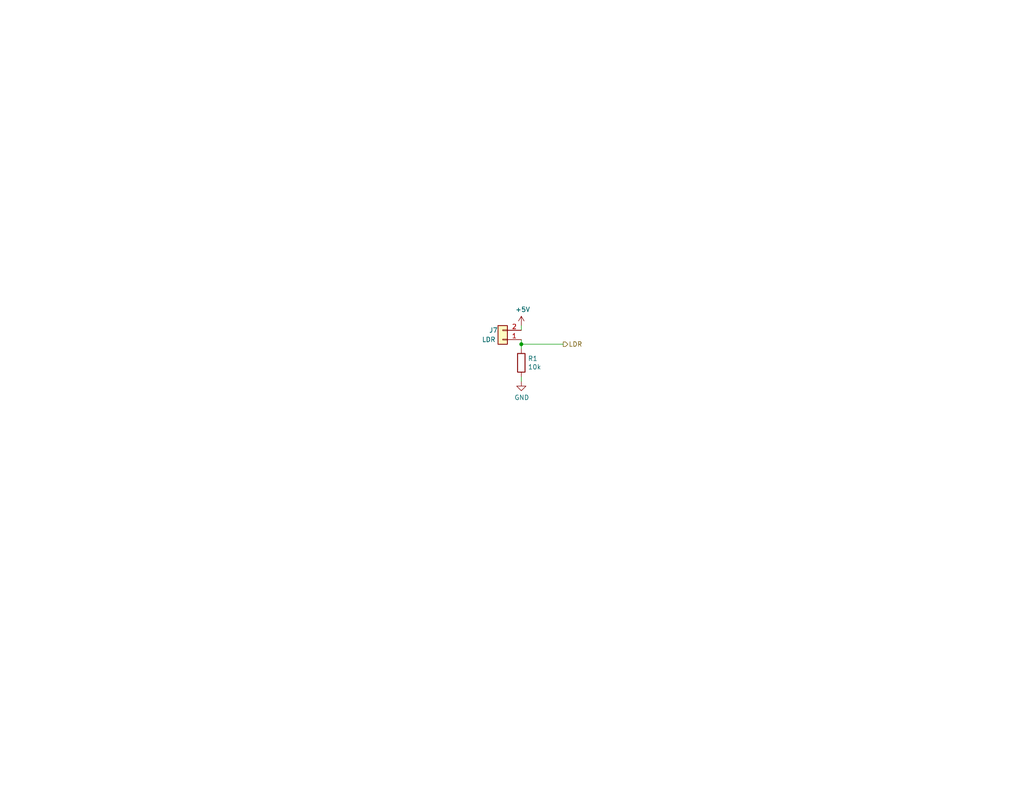
<source format=kicad_sch>
(kicad_sch (version 20211123) (generator eeschema)
  (paper "USLetter")
  (title_block (date "2021-06-15"))
  (lib_symbols
    (symbol "Connector_Generic:Conn_01x02" (pin_names (offset 1.016) hide)
      (property "Reference" "J" (at 0 2.54 0))
      (property "Value" "Conn_01x02" (at 0 -5.08 0))
      (symbol "Conn_01x02_1_1"
        (rectangle (start -1.27 -2.413) (end 0 -2.667) (stroke (width 0.1524)))
        (rectangle (start -1.27 0.127) (end 0 -0.127) (stroke (width 0.1524)))
        (rectangle (start -1.27 1.27) (end 1.27 -3.81) (stroke (width 0.254)) (fill (type background)))
        (pin passive line (at -5.08 0 0) (length 3.81) (name "Pin_1") (number "1"))
        (pin passive line (at -5.08 -2.54 0) (length 3.81) (name "Pin_2") (number "2"))
      )
    )
    (symbol "Device:R" (pin_numbers hide) (pin_names (offset 0))
      (property "Reference" "R" (at 2.032 0 90))
      (property "Value" "R" (at 0 0 90))
      (symbol "R_0_1"
        (rectangle (start -1.016 -2.54) (end 1.016 2.54) (stroke (width 0.254)))
      )
      (symbol "R_1_1"
        (pin passive line (at 0 3.81 270) (length 1.27) (name "~") (number "1"))
        (pin passive line (at 0 -3.81 90) (length 1.27) (name "~") (number "2"))
      )
    )
    (symbol "power:+5V" (power) (pin_names (offset 0))
      (property "Value" "+5V" (at 0 3.556 0))
      (symbol "+5V_0_1"
        (polyline (pts (xy -0.762 1.27) (xy 0 2.54)))
        (polyline (pts (xy 0 0) (xy 0 2.54)))
        (polyline (pts (xy 0 2.54) (xy 0.762 1.27)))
      )
      (symbol "+5V_1_1"
        (pin power_in line (at 0 0 90) (length 0) hide (name "+5V") (number "1"))
      )
    )
    (symbol "power:GND" (power) (pin_names (offset 0))
      (property "Value" "GND" (at 0 -3.81 0))
      (symbol "GND_0_1"
        (polyline (pts (xy 0 0) (xy 0 -1.27) (xy 1.27 -1.27) (xy 0 -2.54) (xy -1.27 -1.27) (xy 0 -1.27)))
      )
      (symbol "GND_1_1"
        (pin power_in line (at 0 0 270) (length 0) hide (name "GND") (number "1"))
      )
    )
  )
  (junction (at 142.24 93.98))
  (wire (pts (xy 142.24 88.9) (xy 142.24 90.17)))
  (wire (pts (xy 153.67 93.98) (xy 142.24 93.98)))
  (wire (pts (xy 142.24 92.71) (xy 142.24 93.98)))
  (wire (pts (xy 142.24 93.98) (xy 142.24 95.25)))
  (wire (pts (xy 142.24 102.87) (xy 142.24 104.14)))
  (hierarchical_label "LDR" (shape output) (at 153.67 93.98 0))
  (symbol (lib_id "Connector_Generic:Conn_01x02") (at 137.16 92.71 180) (unit 1)
    (property "Reference" "J7" (at 134.62 90.17 0))
    (property "Value" "LDR" (at 133.35 92.71 0))
    (property "Footprint" "Connector_PinHeader_2.54mm:PinHeader_1x02_P2.54mm_Horizontal" (effects hide))
    (property "PartNumber" "2111-1X02G00SB" (effects hide))
  )
  (symbol (lib_id "Device:R") (at 142.24 99.06 0)
    (property "Reference" "R1" (at 144.018 97.8916 0) (effects (justify left)))
    (property "Value" "10k" (at 144.018 100.203 0) (effects (justify left)))
    (property "Footprint" "Resistor_THT:R_Axial_DIN0207_L6.3mm_D2.5mm_P7.62mm_Horizontal" (effects hide))
  )
  (symbol (lib_id "power:GND") (at 142.24 104.14 0)
    (property "Reference" "#PWR016" (effects hide))
    (property "Value" "GND" (at 142.367 108.5342 0))
  )
  (symbol (lib_id "power:+5V") (at 142.24 88.9 0)
    (property "Reference" "#PWR015" (effects hide))
    (property "Value" "+5V" (at 142.621 84.5058 0))
  )
)
</source>
